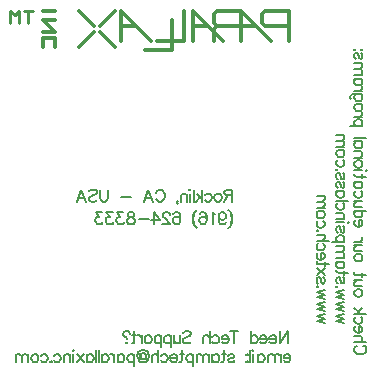
<source format=gbo>
*%FSLAX24Y24*%
*%MOIN*%
G01*
%ADD11C,0.0020*%
%ADD12C,0.0060*%
%ADD13C,0.0073*%
%ADD14C,0.0080*%
%ADD15C,0.0090*%
%ADD16C,0.0100*%
%ADD17C,0.0120*%
%ADD18C,0.0200*%
%ADD19C,0.0260*%
%ADD20C,0.0380*%
%ADD21C,0.0450*%
%ADD22C,0.0500*%
%ADD23C,0.0530*%
%ADD24C,0.0550*%
%ADD25C,0.0580*%
%ADD26C,0.0660*%
%ADD27C,0.0700*%
%ADD28C,0.0750*%
%ADD29C,0.0780*%
%ADD30C,0.0830*%
%ADD31C,0.0950*%
%ADD32R,0.0700X0.0700*%
%ADD33R,0.0780X0.0780*%
G54D12*
X101121Y74922D02*
X101350D01*
X101121D02*
Y74960D01*
X101141Y74999D01*
X101160Y75018D01*
X101198Y75037D01*
X101255D01*
X101293Y75018D01*
X101331Y74979D01*
X101350Y74922D01*
Y74884D01*
X101331Y74827D01*
X101293Y74789D01*
X101255Y74770D01*
X101198D01*
X101160Y74789D01*
X101121Y74827D01*
X101036Y74770D02*
Y75037D01*
X100979Y75018D02*
X101036Y74960D01*
X100979Y75018D02*
X100941Y75037D01*
X100883D01*
X100845Y75018D01*
X100826Y74960D01*
Y74770D01*
Y74960D02*
X100769Y75018D01*
X100731Y75037D01*
X100674D01*
X100636Y75018D01*
X100617Y74960D01*
Y74770D01*
X100263D02*
Y75037D01*
X100301Y75018D02*
X100263Y74979D01*
X100301Y75018D02*
X100339Y75037D01*
X100396D01*
X100434Y75018D01*
X100472Y74979D01*
X100491Y74922D01*
Y74884D01*
X100472Y74827D01*
X100434Y74789D01*
X100396Y74770D01*
X100339D01*
X100301Y74789D01*
X100263Y74827D01*
X100099Y75151D02*
X100118Y75170D01*
X100099Y75151D02*
X100080Y75170D01*
X100099Y75189D01*
X100118Y75170D01*
X100099Y75037D02*
Y74770D01*
X100009D02*
Y75170D01*
X99906Y75037D02*
X99926Y75018D01*
X99906Y74999D01*
X99887Y75018D01*
X99906Y75037D01*
Y74808D02*
X99926Y74789D01*
X99906Y74770D01*
X99887Y74789D01*
X99906Y74808D01*
X99295Y75018D02*
X99276Y74979D01*
X99295Y75018D02*
X99352Y75037D01*
X99409D01*
X99467Y75018D01*
X99486Y74979D01*
X99467Y74941D01*
X99429Y74922D01*
X99333Y74903D01*
X99295Y74884D01*
X99276Y74846D01*
Y74827D01*
X99295Y74789D01*
X99352Y74770D01*
X99409D01*
X99467Y74789D01*
X99486Y74827D01*
X99135Y74846D02*
Y75170D01*
Y74846D02*
X99116Y74789D01*
X99078Y74770D01*
X99040D01*
X99059Y75037D02*
X99192D01*
X98754D02*
Y74770D01*
Y74979D02*
X98792Y75018D01*
X98831Y75037D01*
X98888D01*
X98926Y75018D01*
X98964Y74979D01*
X98983Y74922D01*
Y74884D01*
X98964Y74827D01*
X98926Y74789D01*
X98888Y74770D01*
X98831D01*
X98792Y74789D01*
X98754Y74827D01*
X98648Y74770D02*
Y75037D01*
X98591Y75018D02*
X98648Y74960D01*
X98591Y75018D02*
X98553Y75037D01*
X98495D01*
X98457Y75018D01*
X98438Y74960D01*
Y74770D01*
Y74960D02*
X98381Y75018D01*
X98343Y75037D01*
X98286D01*
X98248Y75018D01*
X98229Y74960D01*
Y74770D01*
X98103Y74637D02*
Y75037D01*
X98065Y75018D02*
X98103Y74979D01*
X98065Y75018D02*
X98027Y75037D01*
X97970D01*
X97932Y75018D01*
X97894Y74979D01*
X97875Y74922D01*
Y74884D01*
X97894Y74827D01*
X97932Y74789D01*
X97970Y74770D01*
X98027D01*
X98065Y74789D01*
X98103Y74827D01*
X97732Y74846D02*
Y75170D01*
Y74846D02*
X97713Y74789D01*
X97675Y74770D01*
X97637D01*
X97656Y75037D02*
X97789D01*
X97579Y74922D02*
X97351D01*
Y74960D01*
X97370Y74999D01*
X97389Y75018D01*
X97427Y75037D01*
X97484D01*
X97522Y75018D01*
X97560Y74979D01*
X97579Y74922D01*
Y74884D01*
X97560Y74827D01*
X97522Y74789D01*
X97484Y74770D01*
X97427D01*
X97389Y74789D01*
X97351Y74827D01*
X97075Y75018D02*
X97037Y74979D01*
X97075Y75018D02*
X97113Y75037D01*
X97170D01*
X97208Y75018D01*
X97246Y74979D01*
X97265Y74922D01*
Y74884D01*
X97246Y74827D01*
X97208Y74789D01*
X97170Y74770D01*
X97113D01*
X97075Y74789D01*
X97037Y74827D01*
X96951Y74770D02*
Y75170D01*
X96894Y75018D02*
X96951Y74960D01*
X96894Y75018D02*
X96856Y75037D01*
X96799D01*
X96761Y75018D01*
X96741Y74960D01*
Y74770D01*
X96351Y75018D02*
X96370Y75056D01*
X96408Y75075D01*
X96465D01*
X96503Y75056D01*
X96522Y75037D01*
X96542Y74979D01*
Y74922D01*
X96522Y74884D01*
X96484Y74865D01*
X96427D01*
X96389Y74884D01*
X96370Y74922D01*
X96503Y75037D02*
X96465Y75075D01*
X96503Y75037D02*
X96522Y74979D01*
Y74922D01*
X96503Y74884D01*
X96484Y74865D01*
X96370Y74922D02*
X96351Y75075D01*
X96370Y74922D02*
Y74884D01*
X96332Y74865D01*
X96294D01*
X96256Y74903D01*
X96237Y74960D01*
Y74999D01*
X96256Y75056D01*
X96275Y75094D01*
X96313Y75132D01*
X96351Y75151D01*
X96408Y75170D01*
X96465D01*
X96522Y75151D01*
X96561Y75132D01*
X96599Y75094D01*
X96618Y75056D01*
X96637Y74999D01*
Y74941D01*
X96618Y74884D01*
X96599Y74846D01*
X96561Y74808D01*
X96522Y74789D01*
X96465Y74770D01*
X96408D01*
X96351Y74789D01*
X96313Y74808D01*
X96294Y74827D01*
X96351Y74922D02*
X96332Y75075D01*
X96351Y74922D02*
Y74884D01*
X96332Y74865D01*
X96134Y75037D02*
Y74637D01*
Y74979D02*
X96096Y75018D01*
X96058Y75037D01*
X96001D01*
X95963Y75018D01*
X95925Y74979D01*
X95905Y74922D01*
Y74884D01*
X95925Y74827D01*
X95963Y74789D01*
X96001Y74770D01*
X96058D01*
X96096Y74789D01*
X96134Y74827D01*
X95591Y74770D02*
Y75037D01*
X95629Y75018D02*
X95591Y74979D01*
X95629Y75018D02*
X95667Y75037D01*
X95725D01*
X95763Y75018D01*
X95801Y74979D01*
X95820Y74922D01*
Y74884D01*
X95801Y74827D01*
X95763Y74789D01*
X95725Y74770D01*
X95667D01*
X95629Y74789D01*
X95591Y74827D01*
X95485Y74770D02*
Y75037D01*
X95466Y74979D02*
X95485Y74922D01*
X95466Y74979D02*
X95427Y75018D01*
X95389Y75037D01*
X95332D01*
X95068D02*
Y74770D01*
Y74979D02*
X95106Y75018D01*
X95144Y75037D01*
X95201D01*
X95239Y75018D01*
X95277Y74979D01*
X95296Y74922D01*
Y74884D01*
X95277Y74827D01*
X95239Y74789D01*
X95201Y74770D01*
X95144D01*
X95106Y74789D01*
X95068Y74827D01*
X94961Y74770D02*
Y75170D01*
X94877D02*
Y74770D01*
X94565D02*
Y75037D01*
X94603Y75018D02*
X94565Y74979D01*
X94603Y75018D02*
X94641Y75037D01*
X94698D01*
X94736Y75018D01*
X94774Y74979D01*
X94793Y74922D01*
Y74884D01*
X94774Y74827D01*
X94736Y74789D01*
X94698Y74770D01*
X94641D01*
X94603Y74789D01*
X94565Y74827D01*
X94458Y75037D02*
X94249Y74770D01*
X94458D02*
X94249Y75037D01*
X94127Y75170D02*
X94108Y75151D01*
X94089Y75170D01*
X94108Y75189D01*
X94127Y75170D01*
X94108Y75037D02*
Y74770D01*
X94018D02*
Y75037D01*
X93961Y75018D02*
X94018Y74960D01*
X93961Y75018D02*
X93923Y75037D01*
X93866D01*
X93828Y75018D01*
X93809Y74960D01*
Y74770D01*
X93514Y75018D02*
X93475Y74979D01*
X93514Y75018D02*
X93552Y75037D01*
X93609D01*
X93647Y75018D01*
X93685Y74979D01*
X93704Y74922D01*
Y74884D01*
X93685Y74827D01*
X93647Y74789D01*
X93609Y74770D01*
X93552D01*
X93514Y74789D01*
X93475Y74827D01*
X93390Y74789D02*
X93371Y74808D01*
X93390Y74789D02*
X93371Y74770D01*
X93352Y74789D01*
X93371Y74808D01*
X93074Y75018D02*
X93036Y74979D01*
X93074Y75018D02*
X93112Y75037D01*
X93169D01*
X93207Y75018D01*
X93245Y74979D01*
X93264Y74922D01*
Y74884D01*
X93245Y74827D01*
X93207Y74789D01*
X93169Y74770D01*
X93112D01*
X93074Y74789D01*
X93036Y74827D01*
X92893Y75018D02*
X92855Y75037D01*
X92893Y75018D02*
X92931Y74979D01*
X92950Y74922D01*
Y74884D01*
X92931Y74827D01*
X92893Y74789D01*
X92855Y74770D01*
X92798D01*
X92759Y74789D01*
X92721Y74827D01*
X92702Y74884D01*
Y74922D01*
X92721Y74979D01*
X92759Y75018D01*
X92798Y75037D01*
X92855D01*
X92615D02*
Y74770D01*
Y74960D02*
X92558Y75018D01*
X92520Y75037D01*
X92462D01*
X92424Y75018D01*
X92405Y74960D01*
Y74770D01*
Y74960D02*
X92348Y75018D01*
X92310Y75037D01*
X92253D01*
X92215Y75018D01*
X92196Y74960D01*
Y74770D01*
X101260Y75400D02*
Y75800D01*
X100993Y75400D01*
Y75800D01*
X100883Y75552D02*
X100654D01*
Y75590D01*
X100673Y75629D01*
X100692Y75648D01*
X100731Y75667D01*
X100788D01*
X100826Y75648D01*
X100864Y75609D01*
X100883Y75552D01*
Y75514D01*
X100864Y75457D01*
X100826Y75419D01*
X100788Y75400D01*
X100731D01*
X100692Y75419D01*
X100654Y75457D01*
X100569Y75552D02*
X100340D01*
Y75590D01*
X100359Y75629D01*
X100378Y75648D01*
X100416Y75667D01*
X100474D01*
X100512Y75648D01*
X100550Y75609D01*
X100569Y75552D01*
Y75514D01*
X100550Y75457D01*
X100512Y75419D01*
X100474Y75400D01*
X100416D01*
X100378Y75419D01*
X100340Y75457D01*
X100026Y75400D02*
Y75800D01*
X100064Y75648D02*
X100026Y75609D01*
X100064Y75648D02*
X100102Y75667D01*
X100159D01*
X100197Y75648D01*
X100235Y75609D01*
X100255Y75552D01*
Y75514D01*
X100235Y75457D01*
X100197Y75419D01*
X100159Y75400D01*
X100102D01*
X100064Y75419D01*
X100026Y75457D01*
X99472Y75400D02*
Y75800D01*
X99605D02*
X99339D01*
X99291Y75552D02*
X99062D01*
Y75590D01*
X99081Y75629D01*
X99100Y75648D01*
X99139Y75667D01*
X99196D01*
X99234Y75648D01*
X99272Y75609D01*
X99291Y75552D01*
Y75514D01*
X99272Y75457D01*
X99234Y75419D01*
X99196Y75400D01*
X99139D01*
X99100Y75419D01*
X99062Y75457D01*
X98786Y75648D02*
X98748Y75609D01*
X98786Y75648D02*
X98824Y75667D01*
X98881D01*
X98920Y75648D01*
X98958Y75609D01*
X98977Y75552D01*
Y75514D01*
X98958Y75457D01*
X98920Y75419D01*
X98881Y75400D01*
X98824D01*
X98786Y75419D01*
X98748Y75457D01*
X98662Y75400D02*
Y75800D01*
X98605Y75648D02*
X98662Y75590D01*
X98605Y75648D02*
X98567Y75667D01*
X98510D01*
X98472Y75648D01*
X98453Y75590D01*
Y75400D01*
X97806Y75781D02*
X97767Y75743D01*
X97806Y75781D02*
X97863Y75800D01*
X97939D01*
X97996Y75781D01*
X98034Y75743D01*
Y75705D01*
X98015Y75667D01*
X97996Y75648D01*
X97958Y75629D01*
X97844Y75590D01*
X97806Y75571D01*
X97786Y75552D01*
X97767Y75514D01*
Y75457D01*
X97806Y75419D01*
X97863Y75400D01*
X97939D01*
X97996Y75419D01*
X98034Y75457D01*
X97678Y75476D02*
Y75667D01*
Y75476D02*
X97659Y75419D01*
X97621Y75400D01*
X97564D01*
X97526Y75419D01*
X97468Y75476D01*
Y75400D02*
Y75667D01*
X97364D02*
Y75267D01*
Y75609D02*
X97326Y75648D01*
X97288Y75667D01*
X97230D01*
X97192Y75648D01*
X97154Y75609D01*
X97135Y75552D01*
Y75514D01*
X97154Y75457D01*
X97192Y75419D01*
X97230Y75400D01*
X97288D01*
X97326Y75419D01*
X97364Y75457D01*
X97049Y75267D02*
Y75667D01*
X97011Y75648D02*
X97049Y75609D01*
X97011Y75648D02*
X96973Y75667D01*
X96916D01*
X96878Y75648D01*
X96840Y75609D01*
X96821Y75552D01*
Y75514D01*
X96840Y75457D01*
X96878Y75419D01*
X96916Y75400D01*
X96973D01*
X97011Y75419D01*
X97049Y75457D01*
X96678Y75648D02*
X96640Y75667D01*
X96678Y75648D02*
X96716Y75609D01*
X96735Y75552D01*
Y75514D01*
X96716Y75457D01*
X96678Y75419D01*
X96640Y75400D01*
X96583D01*
X96545Y75419D01*
X96507Y75457D01*
X96488Y75514D01*
Y75552D01*
X96507Y75609D01*
X96545Y75648D01*
X96583Y75667D01*
X96640D01*
X96400D02*
Y75400D01*
Y75552D02*
X96381Y75609D01*
X96343Y75648D01*
X96305Y75667D01*
X96248D01*
X96154Y75800D02*
Y75476D01*
X96135Y75419D01*
X96097Y75400D01*
X96059D01*
X96078Y75667D02*
X96212D01*
X96002Y75705D02*
Y75724D01*
X95983Y75762D01*
X95964Y75781D01*
X95926Y75800D01*
X95850D01*
X95812Y75781D01*
X95793Y75762D01*
X95774Y75724D01*
Y75686D01*
X95793Y75648D01*
X95812Y75629D01*
X95888Y75590D01*
Y75533D01*
Y75438D02*
X95907Y75419D01*
X95888Y75400D01*
X95869Y75419D01*
X95888Y75438D01*
X99420Y80120D02*
Y80520D01*
X99249D01*
X99191Y80501D01*
X99172Y80482D01*
X99153Y80444D01*
Y80406D01*
X99172Y80368D01*
X99191Y80349D01*
X99249Y80329D01*
X99420D01*
X99287D02*
X99153Y80120D01*
X99007Y80368D02*
X98969Y80387D01*
X99007Y80368D02*
X99045Y80329D01*
X99064Y80272D01*
Y80234D01*
X99045Y80177D01*
X99007Y80139D01*
X98969Y80120D01*
X98912D01*
X98873Y80139D01*
X98835Y80177D01*
X98816Y80234D01*
Y80272D01*
X98835Y80329D01*
X98873Y80368D01*
X98912Y80387D01*
X98969D01*
X98538Y80368D02*
X98500Y80329D01*
X98538Y80368D02*
X98576Y80387D01*
X98634D01*
X98672Y80368D01*
X98710Y80329D01*
X98729Y80272D01*
Y80234D01*
X98710Y80177D01*
X98672Y80139D01*
X98634Y80120D01*
X98576D01*
X98538Y80139D01*
X98500Y80177D01*
X98415Y80120D02*
Y80520D01*
X98224Y80387D02*
X98415Y80196D01*
X98338Y80272D02*
X98205Y80120D01*
X98142D02*
Y80520D01*
X98020D02*
X98001Y80501D01*
X97982Y80520D01*
X98001Y80539D01*
X98020Y80520D01*
X98001Y80387D02*
Y80120D01*
X97912D02*
Y80387D01*
X97855Y80368D02*
X97912Y80310D01*
X97855Y80368D02*
X97817Y80387D01*
X97759D01*
X97721Y80368D01*
X97702Y80310D01*
Y80120D01*
X97578D02*
X97559Y80139D01*
X97578Y80120D02*
X97598Y80139D01*
X97578Y80158D01*
X97559Y80139D01*
Y80101D01*
X97578Y80063D01*
X97598Y80044D01*
X96872Y80425D02*
X96891Y80463D01*
X96929Y80501D01*
X96967Y80520D01*
X97043D01*
X97081Y80501D01*
X97120Y80463D01*
X97139Y80425D01*
X97158Y80368D01*
Y80272D01*
X97139Y80215D01*
X97120Y80177D01*
X97081Y80139D01*
X97043Y80120D01*
X96967D01*
X96929Y80139D01*
X96891Y80177D01*
X96872Y80215D01*
X96607Y80520D02*
X96455Y80120D01*
X96760D02*
X96607Y80520D01*
X96702Y80253D02*
X96512D01*
X96047Y80291D02*
X95705D01*
X95272Y80234D02*
Y80520D01*
Y80234D02*
X95253Y80177D01*
X95215Y80139D01*
X95158Y80120D01*
X95120D01*
X95063Y80139D01*
X95025Y80177D01*
X95006Y80234D01*
Y80520D01*
X94667Y80501D02*
X94629Y80463D01*
X94667Y80501D02*
X94724Y80520D01*
X94800D01*
X94857Y80501D01*
X94895Y80463D01*
Y80425D01*
X94876Y80387D01*
X94857Y80368D01*
X94819Y80349D01*
X94705Y80310D01*
X94667Y80291D01*
X94648Y80272D01*
X94629Y80234D01*
Y80177D01*
X94667Y80139D01*
X94724Y80120D01*
X94800D01*
X94857Y80139D01*
X94895Y80177D01*
X94387Y80520D02*
X94234Y80120D01*
X94539D02*
X94387Y80520D01*
X94482Y80253D02*
X94292D01*
X102882Y76149D02*
X103149Y76072D01*
Y76225D02*
X102882Y76149D01*
Y76301D02*
X103149Y76225D01*
Y76377D02*
X102882Y76301D01*
Y76547D02*
X103149Y76470D01*
Y76623D02*
X102882Y76547D01*
Y76699D02*
X103149Y76623D01*
Y76775D02*
X102882Y76699D01*
Y76945D02*
X103149Y76868D01*
Y77021D02*
X102882Y76945D01*
Y77097D02*
X103149Y77021D01*
Y77173D02*
X102882Y77097D01*
X102901Y77266D02*
X102920Y77285D01*
X102901Y77266D02*
X102882Y77285D01*
X102901Y77304D01*
X102920Y77285D01*
X103092Y77602D02*
X103130Y77582D01*
X103149Y77525D01*
Y77468D01*
X103130Y77411D01*
X103092Y77392D01*
X103054Y77411D01*
X103035Y77449D01*
X103016Y77544D01*
X102997Y77582D01*
X102959Y77602D01*
X102939D01*
X102901Y77582D01*
X102882Y77525D01*
Y77468D01*
X102901Y77411D01*
X102939Y77392D01*
X102959Y77742D02*
X103282D01*
X102959D02*
X102901Y77762D01*
X102882Y77800D01*
Y77838D01*
X103149Y77819D02*
Y77685D01*
Y78123D02*
X102882D01*
X103092D02*
X103130Y78085D01*
X103149Y78047D01*
Y77990D01*
X103130Y77952D01*
X103092Y77914D01*
X103035Y77895D01*
X102997D01*
X102939Y77914D01*
X102901Y77952D01*
X102882Y77990D01*
Y78047D01*
X102901Y78085D01*
X102939Y78123D01*
X102882Y78230D02*
X103149D01*
X103130Y78287D02*
X103073Y78230D01*
X103130Y78287D02*
X103149Y78325D01*
Y78382D01*
X103130Y78420D01*
X103073Y78439D01*
X102882D01*
X103073D02*
X103130Y78497D01*
X103149Y78535D01*
Y78592D01*
X103130Y78630D01*
X103073Y78649D01*
X102882D01*
X102749Y78775D02*
X103149D01*
X103130Y78813D02*
X103092Y78775D01*
X103130Y78813D02*
X103149Y78851D01*
Y78908D01*
X103130Y78946D01*
X103092Y78984D01*
X103035Y79003D01*
X102997D01*
X102939Y78984D01*
X102901Y78946D01*
X102882Y78908D01*
Y78851D01*
X102901Y78813D01*
X102939Y78775D01*
X103130Y79279D02*
X103092Y79298D01*
X103130Y79279D02*
X103149Y79222D01*
Y79165D01*
X103130Y79108D01*
X103092Y79089D01*
X103054Y79108D01*
X103035Y79146D01*
X103016Y79241D01*
X102997Y79279D01*
X102959Y79298D01*
X102939D01*
X102901Y79279D01*
X102882Y79222D01*
Y79165D01*
X102901Y79108D01*
X102939Y79089D01*
X103282Y79420D02*
X103263Y79439D01*
X103282Y79458D01*
X103301Y79439D01*
X103282Y79420D01*
X103149Y79439D02*
X102882D01*
Y79529D02*
X103149D01*
X103130Y79586D02*
X103073Y79529D01*
X103130Y79586D02*
X103149Y79624D01*
Y79681D01*
X103130Y79719D01*
X103073Y79738D01*
X102882D01*
X103130Y80033D02*
X103092Y80071D01*
X103130Y80033D02*
X103149Y79995D01*
Y79938D01*
X103130Y79900D01*
X103092Y79862D01*
X103035Y79843D01*
X102997D01*
X102939Y79862D01*
X102901Y79900D01*
X102882Y79938D01*
Y79995D01*
X102901Y80033D01*
X102939Y80071D01*
X102882Y80157D02*
X103282D01*
X103149Y80469D02*
X102882D01*
X103092D02*
X103130Y80431D01*
X103149Y80393D01*
Y80336D01*
X103130Y80298D01*
X103092Y80260D01*
X103035Y80241D01*
X102997D01*
X102939Y80260D01*
X102901Y80298D01*
X102882Y80336D01*
Y80393D01*
X102901Y80431D01*
X102939Y80469D01*
X103092Y80786D02*
X103130Y80767D01*
X103149Y80709D01*
Y80652D01*
X103130Y80595D01*
X103092Y80576D01*
X103054Y80595D01*
X103035Y80633D01*
X103016Y80728D01*
X102997Y80767D01*
X102959Y80786D01*
X102939D01*
X102901Y80767D01*
X102882Y80709D01*
Y80652D01*
X102901Y80595D01*
X102939Y80576D01*
X103130Y81060D02*
X103092Y81079D01*
X103130Y81060D02*
X103149Y81003D01*
Y80946D01*
X103130Y80888D01*
X103092Y80869D01*
X103054Y80888D01*
X103035Y80927D01*
X103016Y81022D01*
X102997Y81060D01*
X102959Y81079D01*
X102939D01*
X102901Y81060D01*
X102882Y81003D01*
Y80946D01*
X102901Y80888D01*
X102939Y80869D01*
X102901Y81163D02*
X102920Y81182D01*
X102901Y81163D02*
X102882Y81182D01*
X102901Y81201D01*
X102920Y81182D01*
X103130Y81479D02*
X103092Y81517D01*
X103130Y81479D02*
X103149Y81441D01*
Y81384D01*
X103130Y81346D01*
X103092Y81307D01*
X103035Y81288D01*
X102997D01*
X102939Y81307D01*
X102901Y81346D01*
X102882Y81384D01*
Y81441D01*
X102901Y81479D01*
X102939Y81517D01*
X103130Y81660D02*
X103149Y81698D01*
X103130Y81660D02*
X103092Y81622D01*
X103035Y81603D01*
X102997D01*
X102939Y81622D01*
X102901Y81660D01*
X102882Y81698D01*
Y81755D01*
X102901Y81793D01*
X102939Y81831D01*
X102997Y81850D01*
X103035D01*
X103092Y81831D01*
X103130Y81793D01*
X103149Y81755D01*
Y81698D01*
Y81938D02*
X102882D01*
X103073D02*
X103130Y81995D01*
X103149Y82033D01*
Y82090D01*
X103130Y82128D01*
X103073Y82147D01*
X102882D01*
X103073D02*
X103130Y82204D01*
X103149Y82242D01*
Y82300D01*
X103130Y82338D01*
X103073Y82357D01*
X102882D01*
X103785Y75316D02*
X103823Y75297D01*
X103861Y75259D01*
X103880Y75220D01*
Y75144D01*
X103861Y75106D01*
X103823Y75068D01*
X103785Y75049D01*
X103728Y75030D01*
X103632D01*
X103575Y75049D01*
X103537Y75068D01*
X103499Y75106D01*
X103480Y75144D01*
Y75220D01*
X103499Y75259D01*
X103537Y75297D01*
X103575Y75316D01*
X103480Y75428D02*
X103880D01*
X103728Y75485D02*
X103670Y75428D01*
X103728Y75485D02*
X103747Y75523D01*
Y75580D01*
X103728Y75618D01*
X103670Y75637D01*
X103480D01*
X103632Y75742D02*
Y75971D01*
X103670D01*
X103709Y75952D01*
X103728Y75933D01*
X103747Y75895D01*
Y75837D01*
X103728Y75799D01*
X103689Y75761D01*
X103632Y75742D01*
X103594D01*
X103537Y75761D01*
X103499Y75799D01*
X103480Y75837D01*
Y75895D01*
X103499Y75933D01*
X103537Y75971D01*
X103728Y76247D02*
X103689Y76285D01*
X103728Y76247D02*
X103747Y76209D01*
Y76152D01*
X103728Y76114D01*
X103689Y76075D01*
X103632Y76056D01*
X103594D01*
X103537Y76075D01*
X103499Y76114D01*
X103480Y76152D01*
Y76209D01*
X103499Y76247D01*
X103537Y76285D01*
X103480Y76371D02*
X103880D01*
X103747Y76561D02*
X103556Y76371D01*
X103632Y76447D02*
X103480Y76580D01*
X103728Y77014D02*
X103747Y77052D01*
X103728Y77014D02*
X103689Y76976D01*
X103632Y76957D01*
X103594D01*
X103537Y76976D01*
X103499Y77014D01*
X103480Y77052D01*
Y77110D01*
X103499Y77148D01*
X103537Y77186D01*
X103594Y77205D01*
X103632D01*
X103689Y77186D01*
X103728Y77148D01*
X103747Y77110D01*
Y77052D01*
Y77292D02*
X103556D01*
X103499Y77311D01*
X103480Y77349D01*
Y77407D01*
X103499Y77445D01*
X103556Y77502D01*
X103480D02*
X103747D01*
X103880Y77664D02*
X103556D01*
X103499Y77683D01*
X103480Y77721D01*
Y77759D01*
X103747Y77740D02*
Y77607D01*
X103728Y78187D02*
X103747Y78226D01*
X103728Y78187D02*
X103689Y78149D01*
X103632Y78130D01*
X103594D01*
X103537Y78149D01*
X103499Y78187D01*
X103480Y78226D01*
Y78283D01*
X103499Y78321D01*
X103537Y78359D01*
X103594Y78378D01*
X103632D01*
X103689Y78359D01*
X103728Y78321D01*
X103747Y78283D01*
Y78226D01*
Y78465D02*
X103556D01*
X103499Y78484D01*
X103480Y78523D01*
Y78580D01*
X103499Y78618D01*
X103556Y78675D01*
X103480D02*
X103747D01*
Y78780D02*
X103480D01*
X103632D02*
X103689Y78799D01*
X103728Y78837D01*
X103747Y78875D01*
Y78932D01*
X103632Y79282D02*
Y79511D01*
X103670D01*
X103709Y79492D01*
X103728Y79473D01*
X103747Y79435D01*
Y79378D01*
X103728Y79340D01*
X103689Y79301D01*
X103632Y79282D01*
X103594D01*
X103537Y79301D01*
X103499Y79340D01*
X103480Y79378D01*
Y79435D01*
X103499Y79473D01*
X103537Y79511D01*
X103480Y79825D02*
X103880D01*
X103728Y79787D02*
X103689Y79825D01*
X103728Y79787D02*
X103747Y79749D01*
Y79692D01*
X103728Y79654D01*
X103689Y79616D01*
X103632Y79597D01*
X103594D01*
X103537Y79616D01*
X103499Y79654D01*
X103480Y79692D01*
Y79749D01*
X103499Y79787D01*
X103537Y79825D01*
X103556Y79932D02*
X103747D01*
X103556D02*
X103499Y79951D01*
X103480Y79989D01*
Y80046D01*
X103499Y80084D01*
X103556Y80141D01*
X103480D02*
X103747D01*
X103728Y80436D02*
X103689Y80475D01*
X103728Y80436D02*
X103747Y80398D01*
Y80341D01*
X103728Y80303D01*
X103689Y80265D01*
X103632Y80246D01*
X103594D01*
X103537Y80265D01*
X103499Y80303D01*
X103480Y80341D01*
Y80398D01*
X103499Y80436D01*
X103537Y80475D01*
X103480Y80789D02*
X103747D01*
X103728Y80751D02*
X103689Y80789D01*
X103728Y80751D02*
X103747Y80713D01*
Y80655D01*
X103728Y80617D01*
X103689Y80579D01*
X103632Y80560D01*
X103594D01*
X103537Y80579D01*
X103499Y80617D01*
X103480Y80655D01*
Y80713D01*
X103499Y80751D01*
X103537Y80789D01*
X103556Y80953D02*
X103880D01*
X103556D02*
X103499Y80972D01*
X103480Y81010D01*
Y81048D01*
X103747Y81029D02*
Y80895D01*
X103880Y81143D02*
X103861Y81162D01*
X103880Y81181D01*
X103899Y81162D01*
X103880Y81143D01*
X103747Y81162D02*
X103480D01*
X103728Y81309D02*
X103747Y81347D01*
X103728Y81309D02*
X103689Y81271D01*
X103632Y81252D01*
X103594D01*
X103537Y81271D01*
X103499Y81309D01*
X103480Y81347D01*
Y81404D01*
X103499Y81442D01*
X103537Y81480D01*
X103594Y81499D01*
X103632D01*
X103689Y81480D01*
X103728Y81442D01*
X103747Y81404D01*
Y81347D01*
Y81587D02*
X103480D01*
X103670D02*
X103728Y81644D01*
X103747Y81682D01*
Y81739D01*
X103728Y81777D01*
X103670Y81796D01*
X103480D01*
Y82129D02*
X103747D01*
X103728Y82091D02*
X103689Y82129D01*
X103728Y82091D02*
X103747Y82053D01*
Y81996D01*
X103728Y81958D01*
X103689Y81920D01*
X103632Y81901D01*
X103594D01*
X103537Y81920D01*
X103499Y81958D01*
X103480Y81996D01*
Y82053D01*
X103499Y82091D01*
X103537Y82129D01*
X103480Y82236D02*
X103880D01*
X103747Y82634D02*
X103347D01*
X103689D02*
X103728Y82672D01*
X103747Y82710D01*
Y82767D01*
X103728Y82805D01*
X103689Y82844D01*
X103632Y82863D01*
X103594D01*
X103537Y82844D01*
X103499Y82805D01*
X103480Y82767D01*
Y82710D01*
X103499Y82672D01*
X103537Y82634D01*
X103480Y82948D02*
X103747D01*
X103689Y82967D02*
X103632Y82948D01*
X103689Y82967D02*
X103728Y83005D01*
X103747Y83044D01*
Y83101D01*
X103728Y83194D02*
X103747Y83232D01*
X103728Y83194D02*
X103689Y83156D01*
X103632Y83137D01*
X103594D01*
X103537Y83156D01*
X103499Y83194D01*
X103480Y83232D01*
Y83289D01*
X103499Y83327D01*
X103537Y83365D01*
X103594Y83384D01*
X103632D01*
X103689Y83365D01*
X103728Y83327D01*
X103747Y83289D01*
Y83232D01*
Y83701D02*
X103442D01*
X103385Y83681D01*
X103366Y83662D01*
X103347Y83624D01*
Y83567D01*
X103366Y83529D01*
X103689Y83701D02*
X103728Y83662D01*
X103747Y83624D01*
Y83567D01*
X103728Y83529D01*
X103689Y83491D01*
X103632Y83472D01*
X103594D01*
X103537Y83491D01*
X103499Y83529D01*
X103480Y83567D01*
Y83624D01*
X103499Y83662D01*
X103537Y83701D01*
X103480Y83807D02*
X103747D01*
X103689Y83826D02*
X103632Y83807D01*
X103689Y83826D02*
X103728Y83864D01*
X103747Y83902D01*
Y83960D01*
Y84224D02*
X103480D01*
X103689D02*
X103728Y84186D01*
X103747Y84148D01*
Y84091D01*
X103728Y84053D01*
X103689Y84015D01*
X103632Y83996D01*
X103594D01*
X103537Y84015D01*
X103499Y84053D01*
X103480Y84091D01*
Y84148D01*
X103499Y84186D01*
X103537Y84224D01*
X103480Y84331D02*
X103747D01*
X103728Y84388D02*
X103670Y84331D01*
X103728Y84388D02*
X103747Y84426D01*
Y84483D01*
X103728Y84521D01*
X103670Y84540D01*
X103480D01*
X103670D02*
X103728Y84597D01*
X103747Y84636D01*
Y84693D01*
X103728Y84731D01*
X103670Y84750D01*
X103480D01*
X103689Y85085D02*
X103728Y85066D01*
X103747Y85009D01*
Y84952D01*
X103728Y84895D01*
X103689Y84875D01*
X103651Y84895D01*
X103632Y84933D01*
X103613Y85028D01*
X103594Y85066D01*
X103556Y85085D01*
X103537D01*
X103499Y85066D01*
X103480Y85009D01*
Y84952D01*
X103499Y84895D01*
X103537Y84875D01*
X103728Y85169D02*
X103747Y85188D01*
X103728Y85169D02*
X103709Y85188D01*
X103728Y85207D01*
X103747Y85188D01*
X103518D02*
X103499Y85169D01*
X103480Y85188D01*
X103499Y85207D01*
X103518Y85188D01*
X102230Y76146D02*
X102497Y76070D01*
Y76222D02*
X102230Y76146D01*
Y76299D02*
X102497Y76222D01*
Y76375D02*
X102230Y76299D01*
Y76544D02*
X102497Y76468D01*
Y76620D02*
X102230Y76544D01*
Y76697D02*
X102497Y76620D01*
Y76773D02*
X102230Y76697D01*
Y76942D02*
X102497Y76866D01*
Y77018D02*
X102230Y76942D01*
Y77095D02*
X102497Y77018D01*
Y77171D02*
X102230Y77095D01*
X102249Y77264D02*
X102268Y77283D01*
X102249Y77264D02*
X102230Y77283D01*
X102249Y77302D01*
X102268Y77283D01*
X102439Y77599D02*
X102478Y77580D01*
X102497Y77523D01*
Y77466D01*
X102478Y77409D01*
X102439Y77390D01*
X102401Y77409D01*
X102382Y77447D01*
X102363Y77542D01*
X102344Y77580D01*
X102306Y77599D01*
X102287D01*
X102249Y77580D01*
X102230Y77523D01*
Y77466D01*
X102249Y77409D01*
X102287Y77390D01*
X102497Y77683D02*
X102230Y77892D01*
Y77683D02*
X102497Y77892D01*
X102630Y78033D02*
X102306D01*
X102249Y78052D01*
X102230Y78091D01*
Y78129D01*
X102497Y78110D02*
Y77976D01*
X102382Y78186D02*
Y78414D01*
X102420D01*
X102459Y78395D01*
X102478Y78376D01*
X102497Y78338D01*
Y78281D01*
X102478Y78243D01*
X102439Y78205D01*
X102382Y78186D01*
X102344D01*
X102287Y78205D01*
X102249Y78243D01*
X102230Y78281D01*
Y78338D01*
X102249Y78376D01*
X102287Y78414D01*
X102478Y78690D02*
X102439Y78728D01*
X102478Y78690D02*
X102497Y78652D01*
Y78595D01*
X102478Y78557D01*
X102439Y78519D01*
X102382Y78500D01*
X102344D01*
X102287Y78519D01*
X102249Y78557D01*
X102230Y78595D01*
Y78652D01*
X102249Y78690D01*
X102287Y78728D01*
X102230Y78814D02*
X102630D01*
X102478Y78871D02*
X102420Y78814D01*
X102478Y78871D02*
X102497Y78909D01*
Y78967D01*
X102478Y79005D01*
X102420Y79024D01*
X102230D01*
X102249Y79128D02*
X102268Y79147D01*
X102249Y79128D02*
X102230Y79147D01*
X102249Y79166D01*
X102268Y79147D01*
X102478Y79445D02*
X102439Y79483D01*
X102478Y79445D02*
X102497Y79406D01*
Y79349D01*
X102478Y79311D01*
X102439Y79273D01*
X102382Y79254D01*
X102344D01*
X102287Y79273D01*
X102249Y79311D01*
X102230Y79349D01*
Y79406D01*
X102249Y79445D01*
X102287Y79483D01*
X102478Y79625D02*
X102497Y79664D01*
X102478Y79625D02*
X102439Y79587D01*
X102382Y79568D01*
X102344D01*
X102287Y79587D01*
X102249Y79625D01*
X102230Y79664D01*
Y79721D01*
X102249Y79759D01*
X102287Y79797D01*
X102344Y79816D01*
X102382D01*
X102439Y79797D01*
X102478Y79759D01*
X102497Y79721D01*
Y79664D01*
Y79903D02*
X102230D01*
X102420D02*
X102478Y79961D01*
X102497Y79999D01*
Y80056D01*
X102478Y80094D01*
X102420Y80113D01*
X102230D01*
X102420D02*
X102478Y80170D01*
X102497Y80208D01*
Y80265D01*
X102478Y80303D01*
X102420Y80322D01*
X102230D01*
X99325Y79808D02*
X99287Y79846D01*
X99325Y79808D02*
X99363Y79751D01*
X99401Y79675D01*
X99420Y79579D01*
Y79503D01*
X99401Y79408D01*
X99363Y79332D01*
X99325Y79275D01*
X99287Y79237D01*
X99363Y79732D02*
X99325Y79808D01*
X99363Y79732D02*
X99382Y79675D01*
X99401Y79579D01*
Y79503D01*
X99382Y79408D01*
X99363Y79351D01*
X99325Y79275D01*
X98982Y79579D02*
X98963Y79637D01*
X98982Y79579D02*
X99020Y79541D01*
X99077Y79522D01*
X99096D01*
X99153Y79541D01*
X99191Y79579D01*
X99211Y79637D01*
Y79656D01*
X99191Y79713D01*
X99153Y79751D01*
X99096Y79770D01*
X99077D01*
X99020Y79751D01*
X98982Y79713D01*
X98963Y79637D01*
Y79541D01*
X98982Y79446D01*
X99020Y79389D01*
X99077Y79370D01*
X99115D01*
X99172Y79389D01*
X99191Y79427D01*
X98854Y79694D02*
X98816Y79713D01*
X98759Y79770D01*
Y79370D01*
X98333Y79713D02*
X98352Y79751D01*
X98409Y79770D01*
X98447D01*
X98504Y79751D01*
X98542Y79694D01*
X98561Y79599D01*
Y79503D01*
X98542Y79427D01*
X98504Y79389D01*
X98447Y79370D01*
X98428D01*
X98371Y79389D01*
X98333Y79427D01*
X98314Y79484D01*
Y79503D01*
X98333Y79560D01*
X98371Y79599D01*
X98428Y79618D01*
X98447D01*
X98504Y79599D01*
X98542Y79560D01*
X98561Y79503D01*
X98226Y79846D02*
X98188Y79808D01*
X98150Y79751D01*
X98112Y79675D01*
X98093Y79579D01*
Y79503D01*
X98112Y79408D01*
X98150Y79332D01*
X98188Y79275D01*
X98226Y79237D01*
X98150Y79732D02*
X98188Y79808D01*
X98150Y79732D02*
X98131Y79675D01*
X98112Y79579D01*
Y79503D01*
X98131Y79408D01*
X98150Y79351D01*
X98188Y79275D01*
X97453Y79713D02*
X97472Y79751D01*
X97529Y79770D01*
X97567D01*
X97624Y79751D01*
X97662Y79694D01*
X97681Y79599D01*
Y79503D01*
X97662Y79427D01*
X97624Y79389D01*
X97567Y79370D01*
X97548D01*
X97491Y79389D01*
X97453Y79427D01*
X97434Y79484D01*
Y79503D01*
X97453Y79560D01*
X97491Y79599D01*
X97548Y79618D01*
X97567D01*
X97624Y79599D01*
X97662Y79560D01*
X97681Y79503D01*
X97327Y79675D02*
Y79694D01*
X97308Y79732D01*
X97289Y79751D01*
X97251Y79770D01*
X97175D01*
X97137Y79751D01*
X97118Y79732D01*
X97099Y79694D01*
Y79656D01*
X97118Y79618D01*
X97156Y79560D01*
X97346Y79370D01*
X97080D01*
X96990Y79503D02*
X96800Y79770D01*
X96704Y79503D02*
X96990D01*
X96800Y79370D02*
Y79770D01*
X96634Y79541D02*
X96291D01*
X96135Y79751D02*
X96078Y79770D01*
X96135Y79751D02*
X96154Y79713D01*
Y79675D01*
X96135Y79637D01*
X96097Y79618D01*
X96021Y79599D01*
X95964Y79579D01*
X95926Y79541D01*
X95906Y79503D01*
Y79446D01*
X95926Y79408D01*
X95945Y79389D01*
X96002Y79370D01*
X96078D01*
X96135Y79389D01*
X96154Y79408D01*
X96173Y79446D01*
Y79503D01*
X96154Y79541D01*
X96116Y79579D01*
X96059Y79599D01*
X95983Y79618D01*
X95945Y79637D01*
X95926Y79675D01*
Y79713D01*
X95945Y79751D01*
X96002Y79770D01*
X96078D01*
X95779D02*
X95569D01*
X95684Y79618D01*
X95627D01*
X95588Y79599D01*
X95569Y79579D01*
X95550Y79522D01*
Y79484D01*
X95569Y79427D01*
X95607Y79389D01*
X95665Y79370D01*
X95722D01*
X95779Y79389D01*
X95798Y79408D01*
X95817Y79446D01*
X95423Y79770D02*
X95213D01*
X95328Y79618D01*
X95270D01*
X95232Y79599D01*
X95213Y79579D01*
X95194Y79522D01*
Y79484D01*
X95213Y79427D01*
X95251Y79389D01*
X95309Y79370D01*
X95366D01*
X95423Y79389D01*
X95442Y79408D01*
X95461Y79446D01*
X95067Y79770D02*
X94857D01*
X94971Y79618D01*
X94914D01*
X94876Y79599D01*
X94857Y79579D01*
X94838Y79522D01*
Y79484D01*
X94857Y79427D01*
X94895Y79389D01*
X94952Y79370D01*
X95010D01*
X95067Y79389D01*
X95086Y79408D01*
X95105Y79446D01*
G54D16*
X92020Y86080D02*
Y86480D01*
X92170Y86330D01*
X92320Y86480D01*
Y86080D01*
X92470Y86480D02*
X92770D01*
X92620D02*
Y86080D01*
G54D17*
X100520Y86480D02*
X101320D01*
Y85980D02*
X100520D01*
X100420Y86080D01*
Y86380D01*
X100520Y86480D01*
X99720D02*
X100720Y85480D01*
X99720D02*
Y86480D01*
Y85980D02*
X100220D01*
X99720Y86480D02*
X98920D01*
X98820Y86380D01*
Y86080D01*
X98920Y85980D01*
X99720D01*
X98920D02*
X98820Y85880D01*
Y85480D01*
X99120D02*
X98120Y86480D01*
Y85480D01*
Y85980D02*
X98620D01*
X97820Y85480D02*
Y86480D01*
Y85480D02*
X96920D01*
X97420Y85180D02*
Y86180D01*
Y85180D02*
X96520D01*
X96720Y85480D02*
X95720Y86480D01*
Y85480D01*
Y85980D02*
X96220D01*
X95520Y86480D02*
X95020Y85980D01*
Y85780D02*
X95520Y85280D01*
X94820Y85980D02*
X94320Y86480D01*
X94820Y85780D02*
X94320Y85280D01*
X93520Y86480D02*
X93120D01*
Y86180D02*
X93520D01*
X93120D02*
X93520Y85780D01*
X93120D01*
Y85580D02*
X93520D01*
X93120D02*
Y85280D01*
X101320Y85480D02*
Y86480D01*
X93520Y85580D02*
Y85280D01*
D02*
M02*

</source>
